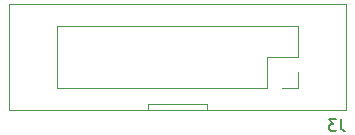
<source format=gbo>
%TF.GenerationSoftware,KiCad,Pcbnew,(5.1.9)-1*%
%TF.CreationDate,2021-08-11T21:42:47+01:00*%
%TF.ProjectId,Keymatrix,4b65796d-6174-4726-9978-2e6b69636164,rev?*%
%TF.SameCoordinates,Original*%
%TF.FileFunction,Legend,Bot*%
%TF.FilePolarity,Positive*%
%FSLAX46Y46*%
G04 Gerber Fmt 4.6, Leading zero omitted, Abs format (unit mm)*
G04 Created by KiCad (PCBNEW (5.1.9)-1) date 2021-08-11 21:42:47*
%MOMM*%
%LPD*%
G01*
G04 APERTURE LIST*
%ADD10C,0.120000*%
%ADD11C,0.150000*%
%ADD12O,1.700000X1.700000*%
%ADD13R,1.700000X1.700000*%
%ADD14C,3.200000*%
G04 APERTURE END LIST*
D10*
%TO.C,J3*%
X32000000Y-29000000D02*
X32000000Y-29500000D01*
X37000000Y-29000000D02*
X32000000Y-29000000D01*
X37000000Y-29500000D02*
X37000000Y-29000000D01*
X20250000Y-29500000D02*
X34500000Y-29500000D01*
X20250000Y-20500000D02*
X20250000Y-29500000D01*
X48750000Y-20500000D02*
X20250000Y-20500000D01*
X48750000Y-29500000D02*
X48750000Y-20500000D01*
X34500000Y-29500000D02*
X48750000Y-29500000D01*
X44720000Y-27600000D02*
X44720000Y-26270000D01*
X43390000Y-27600000D02*
X44720000Y-27600000D01*
X44720000Y-25000000D02*
X44720000Y-22400000D01*
X42120000Y-25000000D02*
X44720000Y-25000000D01*
X42120000Y-27600000D02*
X42120000Y-25000000D01*
X44720000Y-22400000D02*
X24280000Y-22400000D01*
X42120000Y-27600000D02*
X24280000Y-27600000D01*
X24280000Y-27600000D02*
X24280000Y-22400000D01*
D11*
X48333333Y-30252380D02*
X48333333Y-30966666D01*
X48380952Y-31109523D01*
X48476190Y-31204761D01*
X48619047Y-31252380D01*
X48714285Y-31252380D01*
X47952380Y-30252380D02*
X47333333Y-30252380D01*
X47666666Y-30633333D01*
X47523809Y-30633333D01*
X47428571Y-30680952D01*
X47380952Y-30728571D01*
X47333333Y-30823809D01*
X47333333Y-31061904D01*
X47380952Y-31157142D01*
X47428571Y-31204761D01*
X47523809Y-31252380D01*
X47809523Y-31252380D01*
X47904761Y-31204761D01*
X47952380Y-31157142D01*
%TD*%
%LPC*%
D12*
%TO.C,J1*%
X22890000Y-45720000D03*
X25430000Y-45720000D03*
X22890000Y-48260000D03*
X25430000Y-48260000D03*
X22890000Y-50800000D03*
X25430000Y-50800000D03*
X22890000Y-53340000D03*
X25430000Y-53340000D03*
X22890000Y-55880000D03*
X25430000Y-55880000D03*
X22890000Y-58420000D03*
X25430000Y-58420000D03*
X22890000Y-60960000D03*
X25430000Y-60960000D03*
X22890000Y-63500000D03*
D13*
X25430000Y-63500000D03*
%TD*%
D12*
%TO.C,J2*%
X34955000Y-45720000D03*
X37495000Y-45720000D03*
X34955000Y-48260000D03*
X37495000Y-48260000D03*
X34955000Y-50800000D03*
X37495000Y-50800000D03*
X34955000Y-53340000D03*
X37495000Y-53340000D03*
X34955000Y-55880000D03*
X37495000Y-55880000D03*
X34955000Y-58420000D03*
X37495000Y-58420000D03*
X34955000Y-60960000D03*
X37495000Y-60960000D03*
X34955000Y-63500000D03*
D13*
X37495000Y-63500000D03*
%TD*%
D14*
%TO.C,REF\u002A\u002A*%
X34500000Y-75000000D03*
%TD*%
D12*
%TO.C,J3*%
X25610000Y-23730000D03*
X25610000Y-26270000D03*
X28150000Y-23730000D03*
X28150000Y-26270000D03*
X30690000Y-23730000D03*
X30690000Y-26270000D03*
X33230000Y-23730000D03*
X33230000Y-26270000D03*
X35770000Y-23730000D03*
X35770000Y-26270000D03*
X38310000Y-23730000D03*
X38310000Y-26270000D03*
X40850000Y-23730000D03*
X40850000Y-26270000D03*
X43390000Y-23730000D03*
D13*
X43390000Y-26270000D03*
%TD*%
M02*

</source>
